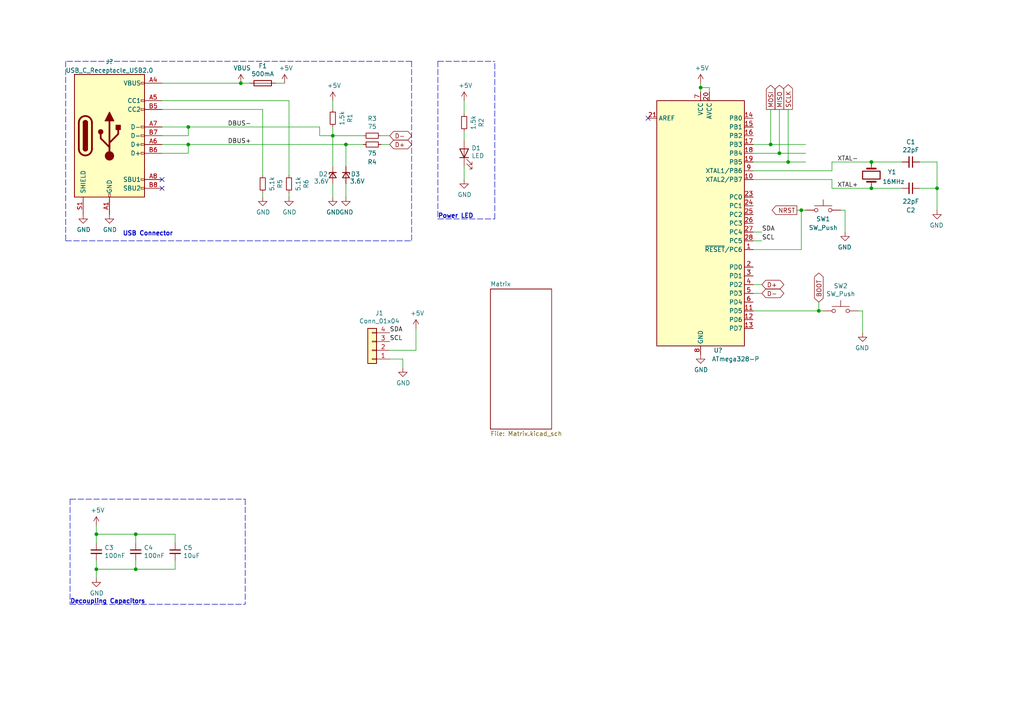
<source format=kicad_sch>
(kicad_sch (version 20211123) (generator eeschema)
  (paper "A4")
  (lib_symbols
    (symbol "Connector:USB_C_Receptacle_USB2.0" (pin_names (offset 1.016))
      (property "Reference" "J" (at -10.16 19.05 0))
      (property "Value" "USB_C_Receptacle_USB2.0" (at 19.05 19.05 0))
      (symbol "USB_C_Receptacle_USB2.0_0_0"
        (rectangle (start -0.254 -17.78) (end 0.254 -16.764))
        (rectangle (start 10.16 -14.986) (end 9.144 -15.494))
        (rectangle (start 10.16 -12.446) (end 9.144 -12.954))
        (rectangle (start 10.16 -4.826) (end 9.144 -5.334))
        (rectangle (start 10.16 -2.286) (end 9.144 -2.794))
        (rectangle (start 10.16 0.254) (end 9.144 -0.254))
        (rectangle (start 10.16 2.794) (end 9.144 2.286))
        (rectangle (start 10.16 7.874) (end 9.144 7.366))
        (rectangle (start 10.16 10.414) (end 9.144 9.906))
        (rectangle (start 10.16 15.494) (end 9.144 14.986))
      )
      (symbol "USB_C_Receptacle_USB2.0_0_1"
        (rectangle (start -10.16 17.78) (end 10.16 -17.78) (stroke (width 0.254)) (fill (type background)))
        (arc (start -8.89 -3.81) (mid -6.985 -5.715) (end -5.08 -3.81) (stroke (width 0.508)))
        (arc (start -7.62 -3.81) (mid -6.985 -4.445) (end -6.35 -3.81) (stroke (width 0.254)))
        (arc (start -7.62 -3.81) (mid -6.985 -4.445) (end -6.35 -3.81) (stroke (width 0.254)) (fill (type outline)))
        (rectangle (start -7.62 -3.81) (end -6.35 3.81) (stroke (width 0.254)) (fill (type outline)))
        (arc (start -6.35 3.81) (mid -6.985 4.445) (end -7.62 3.81) (stroke (width 0.254)))
        (arc (start -6.35 3.81) (mid -6.985 4.445) (end -7.62 3.81) (stroke (width 0.254)) (fill (type outline)))
        (arc (start -5.08 3.81) (mid -6.985 5.715) (end -8.89 3.81) (stroke (width 0.508)))
        (circle (center -2.54 1.143) (radius 0.635) (stroke (width 0.254)) (fill (type outline)))
        (circle (center 0 -5.842) (radius 1.27) (fill (type outline)))
        (polyline (pts (xy -8.89 -3.81) (xy -8.89 3.81)) (stroke (width 0.508)))
        (polyline (pts (xy -5.08 3.81) (xy -5.08 -3.81)) (stroke (width 0.508)))
        (polyline (pts (xy 0 -5.842) (xy 0 4.318)) (stroke (width 0.508)))
        (polyline (pts (xy 0 -3.302) (xy -2.54 -0.762) (xy -2.54 0.508)) (stroke (width 0.508)))
        (polyline (pts (xy 0 -2.032) (xy 2.54 0.508) (xy 2.54 1.778)) (stroke (width 0.508)))
        (polyline (pts (xy -1.27 4.318) (xy 0 6.858) (xy 1.27 4.318) (xy -1.27 4.318)) (stroke (width 0.254)) (fill (type outline)))
        (rectangle (start 1.905 1.778) (end 3.175 3.048) (stroke (width 0.254)) (fill (type outline)))
      )
      (symbol "USB_C_Receptacle_USB2.0_1_1"
        (pin passive line (at 0 -22.86 90) (length 5.08) (name "GND") (number "A1"))
        (pin passive line (at 0 -22.86 90) (length 5.08) hide (name "GND") (number "A12"))
        (pin passive line (at 15.24 15.24 180) (length 5.08) (name "VBUS") (number "A4"))
        (pin bidirectional line (at 15.24 10.16 180) (length 5.08) (name "CC1") (number "A5"))
        (pin bidirectional line (at 15.24 -2.54 180) (length 5.08) (name "D+") (number "A6"))
        (pin bidirectional line (at 15.24 2.54 180) (length 5.08) (name "D-") (number "A7"))
        (pin bidirectional line (at 15.24 -12.7 180) (length 5.08) (name "SBU1") (number "A8"))
        (pin passive line (at 15.24 15.24 180) (length 5.08) hide (name "VBUS") (number "A9"))
        (pin passive line (at 0 -22.86 90) (length 5.08) hide (name "GND") (number "B1"))
        (pin passive line (at 0 -22.86 90) (length 5.08) hide (name "GND") (number "B12"))
        (pin passive line (at 15.24 15.24 180) (length 5.08) hide (name "VBUS") (number "B4"))
        (pin bidirectional line (at 15.24 7.62 180) (length 5.08) (name "CC2") (number "B5"))
        (pin bidirectional line (at 15.24 -5.08 180) (length 5.08) (name "D+") (number "B6"))
        (pin bidirectional line (at 15.24 0 180) (length 5.08) (name "D-") (number "B7"))
        (pin bidirectional line (at 15.24 -15.24 180) (length 5.08) (name "SBU2") (number "B8"))
        (pin passive line (at 15.24 15.24 180) (length 5.08) hide (name "VBUS") (number "B9"))
        (pin passive line (at -7.62 -22.86 90) (length 5.08) (name "SHIELD") (number "S1"))
      )
    )
    (symbol "Connector_Generic:Conn_01x04" (pin_names (offset 1.016) hide)
      (property "Reference" "J" (at 0 5.08 0))
      (property "Value" "Conn_01x04" (at 0 -7.62 0))
      (symbol "Conn_01x04_1_1"
        (rectangle (start -1.27 -4.953) (end 0 -5.207) (stroke (width 0.1524)))
        (rectangle (start -1.27 -2.413) (end 0 -2.667) (stroke (width 0.1524)))
        (rectangle (start -1.27 0.127) (end 0 -0.127) (stroke (width 0.1524)))
        (rectangle (start -1.27 2.667) (end 0 2.413) (stroke (width 0.1524)))
        (rectangle (start -1.27 3.81) (end 1.27 -6.35) (stroke (width 0.254)) (fill (type background)))
        (pin passive line (at -5.08 2.54 0) (length 3.81) (name "Pin_1") (number "1"))
        (pin passive line (at -5.08 0 0) (length 3.81) (name "Pin_2") (number "2"))
        (pin passive line (at -5.08 -2.54 0) (length 3.81) (name "Pin_3") (number "3"))
        (pin passive line (at -5.08 -5.08 0) (length 3.81) (name "Pin_4") (number "4"))
      )
    )
    (symbol "Device:C_Small" (pin_numbers hide) (pin_names (offset 0.254) hide)
      (property "Reference" "C" (at 0.254 1.778 0))
      (property "Value" "C_Small" (at 0.254 -2.032 0))
      (symbol "C_Small_0_1"
        (polyline (pts (xy -1.524 -0.508) (xy 1.524 -0.508)) (stroke (width 0.3302)))
        (polyline (pts (xy -1.524 0.508) (xy 1.524 0.508)) (stroke (width 0.3048)))
      )
      (symbol "C_Small_1_1"
        (pin passive line (at 0 2.54 270) (length 2.032) (name "~") (number "1"))
        (pin passive line (at 0 -2.54 90) (length 2.032) (name "~") (number "2"))
      )
    )
    (symbol "Device:Crystal" (pin_numbers hide) (pin_names (offset 1.016) hide)
      (property "Reference" "Y" (at 0 3.81 0))
      (property "Value" "Crystal" (at 0 -3.81 0))
      (symbol "Crystal_0_1"
        (rectangle (start -1.143 2.54) (end 1.143 -2.54) (stroke (width 0.3048)))
        (polyline (pts (xy -2.54 0) (xy -1.905 0)))
        (polyline (pts (xy -1.905 -1.27) (xy -1.905 1.27)) (stroke (width 0.508)))
        (polyline (pts (xy 1.905 -1.27) (xy 1.905 1.27)) (stroke (width 0.508)))
        (polyline (pts (xy 2.54 0) (xy 1.905 0)))
      )
      (symbol "Crystal_1_1"
        (pin passive line (at -3.81 0 0) (length 1.27) (name "1") (number "1"))
        (pin passive line (at 3.81 0 180) (length 1.27) (name "2") (number "2"))
      )
    )
    (symbol "Device:D_Zener_Small" (pin_numbers hide) (pin_names (offset 0.254) hide)
      (property "Reference" "D" (at 0 2.286 0))
      (property "Value" "D_Zener_Small" (at 0 -2.286 0))
      (symbol "D_Zener_Small_0_1"
        (polyline (pts (xy 0.762 0) (xy -0.762 0)))
        (polyline (pts (xy -0.254 1.016) (xy -0.762 1.016) (xy -0.762 -1.016)) (stroke (width 0.254)))
        (polyline (pts (xy 0.762 1.016) (xy -0.762 0) (xy 0.762 -1.016) (xy 0.762 1.016)) (stroke (width 0.254)))
      )
      (symbol "D_Zener_Small_1_1"
        (pin passive line (at -2.54 0 0) (length 1.778) (name "K") (number "1"))
        (pin passive line (at 2.54 0 180) (length 1.778) (name "A") (number "2"))
      )
    )
    (symbol "Device:Fuse" (pin_numbers hide) (pin_names (offset 0))
      (property "Reference" "F" (at 2.032 0 90))
      (property "Value" "Fuse" (at -1.905 0 90))
      (symbol "Fuse_0_1"
        (rectangle (start -0.762 -2.54) (end 0.762 2.54) (stroke (width 0.254)))
        (polyline (pts (xy 0 2.54) (xy 0 -2.54)))
      )
      (symbol "Fuse_1_1"
        (pin passive line (at 0 3.81 270) (length 1.27) (name "~") (number "1"))
        (pin passive line (at 0 -3.81 90) (length 1.27) (name "~") (number "2"))
      )
    )
    (symbol "Device:LED" (pin_numbers hide) (pin_names (offset 1.016) hide)
      (property "Reference" "D" (at 0 2.54 0))
      (property "Value" "LED" (at 0 -2.54 0))
      (symbol "LED_0_1"
        (polyline (pts (xy -1.27 -1.27) (xy -1.27 1.27)) (stroke (width 0.254)))
        (polyline (pts (xy -1.27 0) (xy 1.27 0)))
        (polyline (pts (xy 1.27 -1.27) (xy 1.27 1.27) (xy -1.27 0) (xy 1.27 -1.27)) (stroke (width 0.254)))
        (polyline (pts (xy -3.048 -0.762) (xy -4.572 -2.286) (xy -3.81 -2.286) (xy -4.572 -2.286) (xy -4.572 -1.524)))
        (polyline (pts (xy -1.778 -0.762) (xy -3.302 -2.286) (xy -2.54 -2.286) (xy -3.302 -2.286) (xy -3.302 -1.524)))
      )
      (symbol "LED_1_1"
        (pin passive line (at -3.81 0 0) (length 2.54) (name "K") (number "1"))
        (pin passive line (at 3.81 0 180) (length 2.54) (name "A") (number "2"))
      )
    )
    (symbol "Device:R_Small" (pin_numbers hide) (pin_names (offset 0.254) hide)
      (property "Reference" "R" (at 0.762 0.508 0))
      (property "Value" "R_Small" (at 0.762 -1.016 0))
      (symbol "R_Small_0_1"
        (rectangle (start -0.762 1.778) (end 0.762 -1.778) (stroke (width 0.2032)))
      )
      (symbol "R_Small_1_1"
        (pin passive line (at 0 2.54 270) (length 0.762) (name "~") (number "1"))
        (pin passive line (at 0 -2.54 90) (length 0.762) (name "~") (number "2"))
      )
    )
    (symbol "MCU_Microchip_ATmega:ATmega328-P"
      (property "Reference" "U" (at -12.7 36.83 0))
      (property "Value" "ATmega328-P" (at 2.54 -36.83 0))
      (symbol "ATmega328-P_0_1"
        (rectangle (start -12.7 -35.56) (end 12.7 35.56) (stroke (width 0.254)) (fill (type background)))
      )
      (symbol "ATmega328-P_1_1"
        (pin bidirectional line (at 15.24 -7.62 180) (length 2.54) (name "~{RESET}/PC6") (number "1"))
        (pin bidirectional line (at 15.24 12.7 180) (length 2.54) (name "XTAL2/PB7") (number "10"))
        (pin bidirectional line (at 15.24 -25.4 180) (length 2.54) (name "PD5") (number "11"))
        (pin bidirectional line (at 15.24 -27.94 180) (length 2.54) (name "PD6") (number "12"))
        (pin bidirectional line (at 15.24 -30.48 180) (length 2.54) (name "PD7") (number "13"))
        (pin bidirectional line (at 15.24 30.48 180) (length 2.54) (name "PB0") (number "14"))
        (pin bidirectional line (at 15.24 27.94 180) (length 2.54) (name "PB1") (number "15"))
        (pin bidirectional line (at 15.24 25.4 180) (length 2.54) (name "PB2") (number "16"))
        (pin bidirectional line (at 15.24 22.86 180) (length 2.54) (name "PB3") (number "17"))
        (pin bidirectional line (at 15.24 20.32 180) (length 2.54) (name "PB4") (number "18"))
        (pin bidirectional line (at 15.24 17.78 180) (length 2.54) (name "PB5") (number "19"))
        (pin bidirectional line (at 15.24 -12.7 180) (length 2.54) (name "PD0") (number "2"))
        (pin power_in line (at 2.54 38.1 270) (length 2.54) (name "AVCC") (number "20"))
        (pin passive line (at -15.24 30.48 0) (length 2.54) (name "AREF") (number "21"))
        (pin passive line (at 0 -38.1 90) (length 2.54) hide (name "GND") (number "22"))
        (pin bidirectional line (at 15.24 7.62 180) (length 2.54) (name "PC0") (number "23"))
        (pin bidirectional line (at 15.24 5.08 180) (length 2.54) (name "PC1") (number "24"))
        (pin bidirectional line (at 15.24 2.54 180) (length 2.54) (name "PC2") (number "25"))
        (pin bidirectional line (at 15.24 0 180) (length 2.54) (name "PC3") (number "26"))
        (pin bidirectional line (at 15.24 -2.54 180) (length 2.54) (name "PC4") (number "27"))
        (pin bidirectional line (at 15.24 -5.08 180) (length 2.54) (name "PC5") (number "28"))
        (pin bidirectional line (at 15.24 -15.24 180) (length 2.54) (name "PD1") (number "3"))
        (pin bidirectional line (at 15.24 -17.78 180) (length 2.54) (name "PD2") (number "4"))
        (pin bidirectional line (at 15.24 -20.32 180) (length 2.54) (name "PD3") (number "5"))
        (pin bidirectional line (at 15.24 -22.86 180) (length 2.54) (name "PD4") (number "6"))
        (pin power_in line (at 0 38.1 270) (length 2.54) (name "VCC") (number "7"))
        (pin power_in line (at 0 -38.1 90) (length 2.54) (name "GND") (number "8"))
        (pin bidirectional line (at 15.24 15.24 180) (length 2.54) (name "XTAL1/PB6") (number "9"))
      )
    )
    (symbol "Switch:SW_Push" (pin_numbers hide) (pin_names (offset 1.016) hide)
      (property "Reference" "SW" (at 1.27 2.54 0))
      (property "Value" "SW_Push" (at 0 -1.524 0))
      (symbol "SW_Push_0_1"
        (circle (center -2.032 0) (radius 0.508))
        (polyline (pts (xy 0 1.27) (xy 0 3.048)))
        (polyline (pts (xy 2.54 1.27) (xy -2.54 1.27)))
        (circle (center 2.032 0) (radius 0.508))
        (pin passive line (at -5.08 0 0) (length 2.54) (name "1") (number "1"))
        (pin passive line (at 5.08 0 180) (length 2.54) (name "2") (number "2"))
      )
    )
    (symbol "power:+5V" (power) (pin_names (offset 0))
      (property "Value" "+5V" (at 0 3.556 0))
      (symbol "+5V_0_1"
        (polyline (pts (xy -0.762 1.27) (xy 0 2.54)))
        (polyline (pts (xy 0 0) (xy 0 2.54)))
        (polyline (pts (xy 0 2.54) (xy 0.762 1.27)))
      )
      (symbol "+5V_1_1"
        (pin power_in line (at 0 0 90) (length 0) hide (name "+5V") (number "1"))
      )
    )
    (symbol "power:GND" (power) (pin_names (offset 0))
      (property "Value" "GND" (at 0 -3.81 0))
      (symbol "GND_0_1"
        (polyline (pts (xy 0 0) (xy 0 -1.27) (xy 1.27 -1.27) (xy 0 -2.54) (xy -1.27 -1.27) (xy 0 -1.27)))
      )
      (symbol "GND_1_1"
        (pin power_in line (at 0 0 270) (length 0) hide (name "GND") (number "1"))
      )
    )
    (symbol "power:VBUS" (power) (pin_names (offset 0))
      (property "Value" "VBUS" (at 0 3.81 0))
      (symbol "VBUS_0_1"
        (polyline (pts (xy -0.762 1.27) (xy 0 2.54)))
        (polyline (pts (xy 0 0) (xy 0 2.54)))
        (polyline (pts (xy 0 2.54) (xy 0.762 1.27)))
      )
      (symbol "VBUS_1_1"
        (pin power_in line (at 0 0 90) (length 0) hide (name "VBUS") (number "1"))
      )
    )
  )
  (junction (at 252.73 54.61))
  (junction (at 228.6 46.99))
  (junction (at 54.61 36.83))
  (junction (at 223.52 41.91))
  (junction (at 54.61 41.91))
  (junction (at 39.37 154.94))
  (junction (at 96.52 39.37))
  (junction (at 100.33 41.91))
  (junction (at 39.37 165.1))
  (junction (at 69.85 24.13))
  (junction (at 27.94 165.1))
  (junction (at 237.49 90.17))
  (junction (at 226.06 44.45))
  (junction (at 27.94 154.94))
  (junction (at 271.78 54.61))
  (junction (at 203.2 25.4))
  (junction (at 232.41 60.96))
  (junction (at 252.73 46.99))
  (no_connect (at 46.99 52.07))
  (no_connect (at 187.96 34.29))
  (no_connect (at 46.99 54.61))
  (polyline (pts (xy 20.32 175.26) (xy 71.12 175.26)))
  (wire (pts (xy 46.99 44.45) (xy 54.61 44.45)))
  (wire (pts (xy 252.73 46.99) (xy 241.3 46.99)))
  (wire (pts (xy 92.71 39.37) (xy 96.52 39.37)))
  (wire (pts (xy 76.2 31.75) (xy 76.2 50.8)))
  (wire (pts (xy 46.99 39.37) (xy 54.61 39.37)))
  (wire (pts (xy 96.52 53.34) (xy 96.52 57.15)))
  (polyline (pts (xy 20.32 144.78) (xy 71.12 144.78)))
  (wire (pts (xy 223.52 31.75) (xy 223.52 41.91)))
  (wire (pts (xy 252.73 54.61) (xy 241.3 54.61)))
  (wire (pts (xy 220.98 67.31) (xy 218.44 67.31)))
  (wire (pts (xy 271.78 54.61) (xy 271.78 60.96)))
  (wire (pts (xy 54.61 36.83) (xy 92.71 36.83)))
  (wire (pts (xy 110.49 41.91) (xy 113.03 41.91)))
  (wire (pts (xy 233.68 60.96) (xy 232.41 60.96)))
  (wire (pts (xy 54.61 44.45) (xy 54.61 41.91)))
  (wire (pts (xy 80.01 24.13) (xy 82.55 24.13)))
  (wire (pts (xy 27.94 154.94) (xy 39.37 154.94)))
  (wire (pts (xy 220.98 69.85) (xy 218.44 69.85)))
  (wire (pts (xy 232.41 60.96) (xy 232.41 72.39)))
  (wire (pts (xy 50.8 154.94) (xy 50.8 157.48)))
  (wire (pts (xy 218.44 49.53) (xy 241.3 49.53)))
  (wire (pts (xy 27.94 152.4) (xy 27.94 154.94)))
  (wire (pts (xy 83.82 55.88) (xy 83.82 57.15)))
  (wire (pts (xy 54.61 41.91) (xy 100.33 41.91)))
  (wire (pts (xy 134.62 29.21) (xy 134.62 33.02)))
  (wire (pts (xy 218.44 52.07) (xy 241.3 52.07)))
  (wire (pts (xy 50.8 162.56) (xy 50.8 165.1)))
  (wire (pts (xy 96.52 36.83) (xy 96.52 39.37)))
  (wire (pts (xy 96.52 39.37) (xy 96.52 48.26)))
  (wire (pts (xy 218.44 90.17) (xy 237.49 90.17)))
  (wire (pts (xy 50.8 165.1) (xy 39.37 165.1)))
  (polyline (pts (xy 19.05 17.78) (xy 19.05 69.85)))
  (wire (pts (xy 27.94 165.1) (xy 27.94 162.56)))
  (polyline (pts (xy 20.32 144.78) (xy 20.32 175.26)))
  (wire (pts (xy 92.71 36.83) (xy 92.71 39.37)))
  (polyline (pts (xy 71.12 144.78) (xy 71.12 175.26)))
  (wire (pts (xy 116.84 104.14) (xy 113.03 104.14)))
  (polyline (pts (xy 119.38 17.78) (xy 119.38 69.85)))
  (wire (pts (xy 245.11 60.96) (xy 243.84 60.96)))
  (wire (pts (xy 96.52 29.21) (xy 96.52 31.75)))
  (wire (pts (xy 261.62 54.61) (xy 252.73 54.61)))
  (wire (pts (xy 205.74 25.4) (xy 205.74 26.67)))
  (wire (pts (xy 120.65 101.6) (xy 113.03 101.6)))
  (wire (pts (xy 218.44 72.39) (xy 232.41 72.39)))
  (wire (pts (xy 228.6 46.99) (xy 218.44 46.99)))
  (wire (pts (xy 266.7 54.61) (xy 271.78 54.61)))
  (polyline (pts (xy 127 63.5) (xy 143.51 63.5)))
  (wire (pts (xy 100.33 41.91) (xy 105.41 41.91)))
  (wire (pts (xy 237.49 87.63) (xy 237.49 90.17)))
  (wire (pts (xy 220.98 82.55) (xy 218.44 82.55)))
  (polyline (pts (xy 19.05 69.85) (xy 119.38 69.85)))
  (wire (pts (xy 100.33 41.91) (xy 100.33 48.26)))
  (wire (pts (xy 271.78 46.99) (xy 271.78 54.61)))
  (wire (pts (xy 54.61 39.37) (xy 54.61 36.83)))
  (wire (pts (xy 266.7 46.99) (xy 271.78 46.99)))
  (wire (pts (xy 203.2 25.4) (xy 205.74 25.4)))
  (wire (pts (xy 69.85 24.13) (xy 46.99 24.13)))
  (wire (pts (xy 69.85 24.13) (xy 72.39 24.13)))
  (wire (pts (xy 100.33 53.34) (xy 100.33 57.15)))
  (wire (pts (xy 96.52 39.37) (xy 105.41 39.37)))
  (wire (pts (xy 203.2 25.4) (xy 203.2 26.67)))
  (wire (pts (xy 220.98 85.09) (xy 218.44 85.09)))
  (wire (pts (xy 76.2 31.75) (xy 46.99 31.75)))
  (wire (pts (xy 228.6 46.99) (xy 228.6 31.75)))
  (wire (pts (xy 134.62 38.1) (xy 134.62 40.64)))
  (polyline (pts (xy 143.51 63.5) (xy 143.51 17.78)))
  (wire (pts (xy 39.37 162.56) (xy 39.37 165.1)))
  (wire (pts (xy 39.37 165.1) (xy 27.94 165.1)))
  (polyline (pts (xy 127 17.78) (xy 127 63.5)))
  (wire (pts (xy 228.6 46.99) (xy 233.68 46.99)))
  (wire (pts (xy 250.19 90.17) (xy 248.92 90.17)))
  (wire (pts (xy 203.2 24.13) (xy 203.2 25.4)))
  (wire (pts (xy 134.62 48.26) (xy 134.62 52.07)))
  (wire (pts (xy 223.52 41.91) (xy 218.44 41.91)))
  (wire (pts (xy 261.62 46.99) (xy 252.73 46.99)))
  (polyline (pts (xy 119.38 17.78) (xy 19.05 17.78)))
  (wire (pts (xy 223.52 41.91) (xy 233.68 41.91)))
  (wire (pts (xy 226.06 44.45) (xy 233.68 44.45)))
  (wire (pts (xy 113.03 39.37) (xy 110.49 39.37)))
  (wire (pts (xy 46.99 29.21) (xy 83.82 29.21)))
  (wire (pts (xy 54.61 41.91) (xy 46.99 41.91)))
  (wire (pts (xy 27.94 157.48) (xy 27.94 154.94)))
  (wire (pts (xy 245.11 60.96) (xy 245.11 67.31)))
  (wire (pts (xy 27.94 165.1) (xy 27.94 167.64)))
  (wire (pts (xy 39.37 154.94) (xy 50.8 154.94)))
  (wire (pts (xy 76.2 55.88) (xy 76.2 57.15)))
  (wire (pts (xy 116.84 106.68) (xy 116.84 104.14)))
  (wire (pts (xy 39.37 154.94) (xy 39.37 157.48)))
  (wire (pts (xy 218.44 44.45) (xy 226.06 44.45)))
  (wire (pts (xy 226.06 44.45) (xy 226.06 31.75)))
  (wire (pts (xy 231.14 60.96) (xy 232.41 60.96)))
  (wire (pts (xy 54.61 36.83) (xy 46.99 36.83)))
  (wire (pts (xy 83.82 29.21) (xy 83.82 50.8)))
  (wire (pts (xy 241.3 46.99) (xy 241.3 49.53)))
  (wire (pts (xy 120.65 95.25) (xy 120.65 101.6)))
  (wire (pts (xy 237.49 90.17) (xy 238.76 90.17)))
  (wire (pts (xy 241.3 52.07) (xy 241.3 54.61)))
  (wire (pts (xy 250.19 96.52) (xy 250.19 90.17)))
  (polyline (pts (xy 127 17.78) (xy 143.51 17.78)))
  (text "Decoupling Capacitors" (at 20.32 175.26 0) (effects (font (size 1.27 1.27) (thickness 0.254) bold) (justify left bottom)))
  (text "Power LED" (at 127 63.5 0) (effects (font (size 1.27 1.27) (thickness 0.254) bold) (justify left bottom)))
  (text "USB Connector" (at 35.56 68.58 0) (effects (font (size 1.27 1.27) (thickness 0.254) bold) (justify left bottom)))
  (label "DBUS-" (at 66.04 36.83 0))
  (label "SCL" (at 220.98 69.85 0))
  (label "XTAL+" (at 248.92 54.61 180))
  (label "XTAL-" (at 248.92 46.99 180))
  (label "DBUS+" (at 66.04 41.91 0))
  (label "SDA" (at 220.98 67.31 0))
  (label "SCL" (at 113.03 99.06 0))
  (label "SDA" (at 113.03 96.52 0))
  (global_label "MISO" (shape output) (at 226.06 31.75 90) (property "Intersheet References" "${INTERSHEET_REFS}" (effects hide)))
  (global_label "D-" (shape bidirectional) (at 220.98 85.09 0) (property "Intersheet References" "${INTERSHEET_REFS}" (effects hide)))
  (global_label "NRST" (shape output) (at 231.14 60.96 180) (property "Intersheet References" "${INTERSHEET_REFS}" (effects hide)))
  (global_label "SCLK" (shape output) (at 228.6 31.75 90) (property "Intersheet References" "${INTERSHEET_REFS}" (effects hide)))
  (global_label "D+" (shape bidirectional) (at 113.03 41.91 0) (property "Intersheet References" "${INTERSHEET_REFS}" (effects hide)))
  (global_label "MOSI" (shape output) (at 223.52 31.75 90) (property "Intersheet References" "${INTERSHEET_REFS}" (effects hide)))
  (global_label "BOOT" (shape bidirectional) (at 237.49 87.63 90) (property "Intersheet References" "${INTERSHEET_REFS}" (effects hide)))
  (global_label "D-" (shape bidirectional) (at 113.03 39.37 0) (property "Intersheet References" "${INTERSHEET_REFS}" (effects hide)))
  (global_label "D+" (shape bidirectional) (at 220.98 82.55 0) (property "Intersheet References" "${INTERSHEET_REFS}" (effects hide)))
  (symbol (lib_id "power:+5V") (at 203.2 24.13 0) (unit 1)
    (property "Reference" "#PWR0118" (effects hide))
    (property "Value" "+5V" (at 203.581 19.7358 0))
  )
  (symbol (lib_id "power:VBUS") (at 69.85 24.13 0) (unit 1)
    (property "Reference" "#PWR0105" (effects hide))
    (property "Value" "VBUS" (at 70.231 19.7358 0))
  )
  (symbol (lib_id "Device:Fuse") (at 76.2 24.13 270) (unit 1)
    (property "Reference" "F1" (at 76.2 19.1262 90))
    (property "Value" "500mA" (at 76.2 21.4376 90))
    (property "Footprint" "Capacitor_THT:C_Disc_D5.0mm_W2.5mm_P5.00mm" (effects hide))
  )
  (symbol (lib_id "power:+5V") (at 82.55 24.13 0) (unit 1)
    (property "Reference" "#PWR0104" (effects hide))
    (property "Value" "+5V" (at 82.931 19.7358 0))
  )
  (symbol (lib_id "Device:R_Small") (at 107.95 39.37 270) (unit 1)
    (property "Reference" "R3" (at 107.95 34.3916 90))
    (property "Value" "75" (at 107.95 36.703 90))
    (property "Footprint" "Resistor_THT:R_Axial_DIN0204_L3.6mm_D1.6mm_P7.62mm_Horizontal" (effects hide))
  )
  (symbol (lib_id "Device:R_Small") (at 107.95 41.91 90) (mirror x) (unit 1)
    (property "Reference" "R4" (at 107.95 46.99 90))
    (property "Value" "75" (at 107.95 44.45 90))
    (property "Footprint" "Resistor_THT:R_Axial_DIN0204_L3.6mm_D1.6mm_P7.62mm_Horizontal" (effects hide))
  )
  (symbol (lib_id "power:GND") (at 24.13 62.23 0) (unit 1)
    (property "Reference" "#PWR0103" (effects hide))
    (property "Value" "GND" (at 24.257 66.6242 0))
  )
  (symbol (lib_id "power:GND") (at 203.2 102.87 0) (unit 1)
    (property "Reference" "#PWR0117" (effects hide))
    (property "Value" "GND" (at 203.327 107.2642 0))
  )
  (symbol (lib_id "power:GND") (at 271.78 60.96 0) (mirror y) (unit 1)
    (property "Reference" "#PWR0101" (effects hide))
    (property "Value" "GND" (at 271.653 65.3542 0))
  )
  (symbol (lib_id "Switch:SW_Push") (at 238.76 60.96 0) (mirror y) (unit 1)
    (property "Reference" "SW1" (at 238.76 63.5 0))
    (property "Value" "SW_Push" (at 238.76 66.04 0))
    (property "Footprint" "Button_Switch_THT:SW_PUSH_6mm" (effects hide))
  )
  (symbol (lib_id "Device:C_Small") (at 27.94 160.02 0) (unit 1)
    (property "Reference" "C3" (at 30.2768 158.8516 0) (effects (justify left)))
    (property "Value" "100nF" (at 30.2768 161.163 0) (effects (justify left)))
    (property "Footprint" "Capacitor_THT:C_Disc_D3.8mm_W2.6mm_P2.50mm" (effects hide))
  )
  (symbol (lib_id "Device:C_Small") (at 39.37 160.02 0) (unit 1)
    (property "Reference" "C4" (at 41.7068 158.8516 0) (effects (justify left)))
    (property "Value" "100nF" (at 41.7068 161.163 0) (effects (justify left)))
    (property "Footprint" "Capacitor_THT:C_Disc_D3.8mm_W2.6mm_P2.50mm" (effects hide))
  )
  (symbol (lib_id "power:+5V") (at 27.94 152.4 0) (unit 1)
    (property "Reference" "#PWR0110" (effects hide))
    (property "Value" "+5V" (at 28.321 148.0058 0))
  )
  (symbol (lib_id "power:GND") (at 27.94 167.64 0) (unit 1)
    (property "Reference" "#PWR0111" (effects hide))
    (property "Value" "GND" (at 28.067 172.0342 0))
  )
  (symbol (lib_id "Device:C_Small") (at 264.16 46.99 270) (mirror x) (unit 1)
    (property "Reference" "C1" (at 264.16 41.1734 90))
    (property "Value" "22pF" (at 264.16 43.4848 90))
    (property "Footprint" "Capacitor_THT:C_Disc_D4.3mm_W1.9mm_P5.00mm" (effects hide))
  )
  (symbol (lib_id "Device:C_Small") (at 264.16 54.61 270) (mirror x) (unit 1)
    (property "Reference" "C2" (at 264.16 60.96 90))
    (property "Value" "22pF" (at 264.16 58.42 90))
    (property "Footprint" "Capacitor_THT:C_Disc_D4.3mm_W1.9mm_P5.00mm" (effects hide))
  )
  (symbol (lib_id "power:GND") (at 245.11 67.31 0) (mirror y) (unit 1)
    (property "Reference" "#PWR0102" (effects hide))
    (property "Value" "GND" (at 244.983 71.7042 0))
  )
  (symbol (lib_id "Device:R_Small") (at 76.2 53.34 180) (unit 1)
    (property "Reference" "R5" (at 81.1784 53.34 90))
    (property "Value" "5.1k" (at 78.867 53.34 90))
    (property "Footprint" "Resistor_THT:R_Axial_DIN0204_L3.6mm_D1.6mm_P7.62mm_Horizontal" (effects hide))
  )
  (symbol (lib_id "Device:R_Small") (at 83.82 53.34 180) (unit 1)
    (property "Reference" "R6" (at 88.7984 53.34 90))
    (property "Value" "5.1k" (at 86.487 53.34 90))
    (property "Footprint" "Resistor_THT:R_Axial_DIN0204_L3.6mm_D1.6mm_P7.62mm_Horizontal" (effects hide))
  )
  (symbol (lib_id "power:GND") (at 76.2 57.15 0) (unit 1)
    (property "Reference" "#PWR0108" (effects hide))
    (property "Value" "GND" (at 76.327 61.5442 0))
  )
  (symbol (lib_id "power:GND") (at 83.82 57.15 0) (unit 1)
    (property "Reference" "#PWR0107" (effects hide))
    (property "Value" "GND" (at 83.947 61.5442 0))
  )
  (symbol (lib_id "power:GND") (at 250.19 96.52 0) (mirror y) (unit 1)
    (property "Reference" "#PWR0119" (effects hide))
    (property "Value" "GND" (at 250.063 100.9142 0))
  )
  (symbol (lib_id "Switch:SW_Push") (at 243.84 90.17 0) (mirror y) (unit 1)
    (property "Reference" "SW2" (at 243.84 82.931 0))
    (property "Value" "SW_Push" (at 243.84 85.2424 0))
    (property "Footprint" "Button_Switch_THT:SW_PUSH_6mm" (effects hide))
  )
  (symbol (lib_id "Device:D_Zener_Small") (at 100.33 50.8 270) (unit 1)
    (property "Reference" "D3" (at 104.4448 50.4952 90) (effects (justify right)))
    (property "Value" "3.6V" (at 101.473 52.578 90) (effects (justify left)))
    (property "Footprint" "Diode_THT:D_DO-34_SOD68_P7.62mm_Horizontal" (effects hide))
  )
  (symbol (lib_id "Device:D_Zener_Small") (at 96.52 50.8 90) (mirror x) (unit 1)
    (property "Reference" "D2" (at 92.4052 50.4952 90) (effects (justify right)))
    (property "Value" "3.6V" (at 95.377 52.578 90) (effects (justify left)))
    (property "Footprint" "Diode_THT:D_DO-34_SOD68_P7.62mm_Horizontal" (effects hide))
  )
  (symbol (lib_id "power:GND") (at 96.52 57.15 0) (unit 1)
    (property "Reference" "#PWR0109" (effects hide))
    (property "Value" "GND" (at 96.647 61.5442 0))
  )
  (symbol (lib_id "power:GND") (at 100.33 57.15 0) (unit 1)
    (property "Reference" "#PWR0106" (effects hide))
    (property "Value" "GND" (at 100.457 61.5442 0))
  )
  (symbol (lib_id "Device:R_Small") (at 96.52 34.29 180) (unit 1)
    (property "Reference" "R1" (at 101.4984 34.29 90))
    (property "Value" "1.5k" (at 99.187 34.29 90))
    (property "Footprint" "Resistor_THT:R_Axial_DIN0204_L3.6mm_D1.6mm_P7.62mm_Horizontal" (effects hide))
  )
  (symbol (lib_id "power:+5V") (at 96.52 29.21 0) (unit 1)
    (property "Reference" "#PWR0116" (effects hide))
    (property "Value" "+5V" (at 96.901 24.8158 0))
  )
  (symbol (lib_id "power:+5V") (at 134.62 29.21 0) (unit 1)
    (property "Reference" "#PWR0115" (effects hide))
    (property "Value" "+5V" (at 135.001 24.8158 0))
  )
  (symbol (lib_id "Device:R_Small") (at 134.62 35.56 180) (unit 1)
    (property "Reference" "R2" (at 139.5984 35.56 90))
    (property "Value" "1.5k" (at 137.287 35.56 90))
    (property "Footprint" "Resistor_THT:R_Axial_DIN0204_L3.6mm_D1.6mm_P7.62mm_Horizontal" (effects hide))
  )
  (symbol (lib_id "Device:LED") (at 134.62 44.45 90) (unit 1)
    (property "Reference" "D1" (at 139.446 42.926 90) (effects (justify left)))
    (property "Value" "LED" (at 140.4366 45.1866 90) (effects (justify left)))
    (property "Footprint" "LED_THT:LED_D3.0mm" (effects hide))
  )
  (symbol (lib_id "power:GND") (at 134.62 52.07 0) (unit 1)
    (property "Reference" "#PWR0114" (effects hide))
    (property "Value" "GND" (at 134.747 56.4642 0))
  )
  (symbol (lib_id "Device:Crystal") (at 252.73 50.8 270) (mirror x) (unit 1)
    (property "Reference" "Y1" (at 257.4544 49.8856 90) (effects (justify left)))
    (property "Value" "16MHz" (at 255.9304 52.6796 90) (effects (justify left)))
    (property "Footprint" "Crystal:Crystal_HC49-4H_Vertical" (effects hide))
  )
  (symbol (lib_id "power:GND") (at 31.75 62.23 0) (unit 1)
    (property "Reference" "#PWR0123" (effects hide))
    (property "Value" "GND" (at 31.877 66.6242 0))
  )
  (symbol (lib_id "Connector_Generic:Conn_01x04") (at 107.95 101.6 180) (unit 1)
    (property "Reference" "J1" (at 110.0328 90.805 0))
    (property "Value" "Conn_01x04" (at 110.0328 93.1164 0))
    (property "Footprint" "Connector_PinSocket_2.54mm:PinSocket_1x04_P2.54mm_Vertical" (effects hide))
  )
  (symbol (lib_id "power:GND") (at 116.84 106.68 0) (unit 1)
    (property "Reference" "#PWR0112" (effects hide))
    (property "Value" "GND" (at 116.967 111.0742 0))
  )
  (symbol (lib_id "power:+5V") (at 120.65 95.25 0) (unit 1)
    (property "Reference" "#PWR0113" (effects hide))
    (property "Value" "+5V" (at 121.031 90.8558 0))
  )
  (symbol (lib_id "Device:C_Small") (at 50.8 160.02 0) (unit 1)
    (property "Reference" "C5" (at 53.1368 158.8516 0) (effects (justify left)))
    (property "Value" "10uF" (at 53.1368 161.163 0) (effects (justify left)))
    (property "Footprint" "Capacitor_THT:CP_Radial_D4.0mm_P1.50mm" (effects hide))
  )
  (symbol (lib_id "Connector:USB_C_Receptacle_USB2.0") (at 31.75 39.37 0) (unit 1)
    (property "Reference" "J?" (at 31.75 17.8902 0))
    (property "Value" "USB_C_Receptacle_USB2.0" (at 31.75 20.4271 0))
    (property "Datasheet" "https://www.usb.org/sites/default/files/documents/usb_type-c.zip" (effects hide))
  )
  (symbol (lib_id "MCU_Microchip_ATmega:ATmega328-P") (at 203.2 64.77 0) (unit 1)
    (property "Reference" "U?" (at 208.28 101.6 0))
    (property "Value" "ATmega328-P" (at 213.36 104.14 0))
    (property "Footprint" "Package_DIP:DIP-28_W7.62mm" (effects hide))
    (property "Datasheet" "http://ww1.microchip.com/downloads/en/DeviceDoc/ATmega328_P%20AVR%20MCU%20with%20picoPower%20Technology%20Data%20Sheet%2040001984A.pdf" (effects hide))
  )
  (sheet (at 142.24 83.82) (size 17.78 40.64)
    (property "Sheet name" "Matrix" (at 142.24 83.1084 0) (effects (justify left bottom)))
    (property "Sheet file" "Matrix.kicad_sch" (at 142.24 125.0446 0) (effects (justify left top)))
  )
)
</source>
